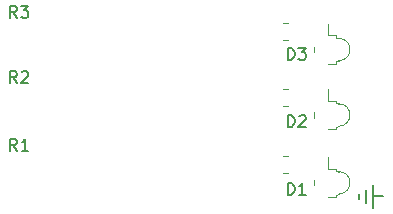
<source format=gbr>
%TF.GenerationSoftware,KiCad,Pcbnew,8.0.6*%
%TF.CreationDate,2025-01-04T22:08:09+01:00*%
%TF.ProjectId,hall-tester,68616c6c-2d74-4657-9374-65722e6b6963,rev?*%
%TF.SameCoordinates,Original*%
%TF.FileFunction,Legend,Top*%
%TF.FilePolarity,Positive*%
%FSLAX46Y46*%
G04 Gerber Fmt 4.6, Leading zero omitted, Abs format (unit mm)*
G04 Created by KiCad (PCBNEW 8.0.6) date 2025-01-04 22:08:09*
%MOMM*%
%LPD*%
G01*
G04 APERTURE LIST*
%ADD10C,0.200000*%
%ADD11C,0.150000*%
%ADD12C,0.120000*%
G04 APERTURE END LIST*
D10*
X106173019Y-73315292D02*
X106173019Y-75220054D01*
X105601590Y-73696244D02*
X105601590Y-74839101D01*
X107030161Y-74267673D02*
X106173019Y-74267673D01*
X105030161Y-74458149D02*
X105030161Y-74077197D01*
D11*
X76033333Y-59129819D02*
X75700000Y-58653628D01*
X75461905Y-59129819D02*
X75461905Y-58129819D01*
X75461905Y-58129819D02*
X75842857Y-58129819D01*
X75842857Y-58129819D02*
X75938095Y-58177438D01*
X75938095Y-58177438D02*
X75985714Y-58225057D01*
X75985714Y-58225057D02*
X76033333Y-58320295D01*
X76033333Y-58320295D02*
X76033333Y-58463152D01*
X76033333Y-58463152D02*
X75985714Y-58558390D01*
X75985714Y-58558390D02*
X75938095Y-58606009D01*
X75938095Y-58606009D02*
X75842857Y-58653628D01*
X75842857Y-58653628D02*
X75461905Y-58653628D01*
X76366667Y-58129819D02*
X76985714Y-58129819D01*
X76985714Y-58129819D02*
X76652381Y-58510771D01*
X76652381Y-58510771D02*
X76795238Y-58510771D01*
X76795238Y-58510771D02*
X76890476Y-58558390D01*
X76890476Y-58558390D02*
X76938095Y-58606009D01*
X76938095Y-58606009D02*
X76985714Y-58701247D01*
X76985714Y-58701247D02*
X76985714Y-58939342D01*
X76985714Y-58939342D02*
X76938095Y-59034580D01*
X76938095Y-59034580D02*
X76890476Y-59082200D01*
X76890476Y-59082200D02*
X76795238Y-59129819D01*
X76795238Y-59129819D02*
X76509524Y-59129819D01*
X76509524Y-59129819D02*
X76414286Y-59082200D01*
X76414286Y-59082200D02*
X76366667Y-59034580D01*
X76033333Y-64669819D02*
X75700000Y-64193628D01*
X75461905Y-64669819D02*
X75461905Y-63669819D01*
X75461905Y-63669819D02*
X75842857Y-63669819D01*
X75842857Y-63669819D02*
X75938095Y-63717438D01*
X75938095Y-63717438D02*
X75985714Y-63765057D01*
X75985714Y-63765057D02*
X76033333Y-63860295D01*
X76033333Y-63860295D02*
X76033333Y-64003152D01*
X76033333Y-64003152D02*
X75985714Y-64098390D01*
X75985714Y-64098390D02*
X75938095Y-64146009D01*
X75938095Y-64146009D02*
X75842857Y-64193628D01*
X75842857Y-64193628D02*
X75461905Y-64193628D01*
X76414286Y-63765057D02*
X76461905Y-63717438D01*
X76461905Y-63717438D02*
X76557143Y-63669819D01*
X76557143Y-63669819D02*
X76795238Y-63669819D01*
X76795238Y-63669819D02*
X76890476Y-63717438D01*
X76890476Y-63717438D02*
X76938095Y-63765057D01*
X76938095Y-63765057D02*
X76985714Y-63860295D01*
X76985714Y-63860295D02*
X76985714Y-63955533D01*
X76985714Y-63955533D02*
X76938095Y-64098390D01*
X76938095Y-64098390D02*
X76366667Y-64669819D01*
X76366667Y-64669819D02*
X76985714Y-64669819D01*
X76033333Y-70384819D02*
X75700000Y-69908628D01*
X75461905Y-70384819D02*
X75461905Y-69384819D01*
X75461905Y-69384819D02*
X75842857Y-69384819D01*
X75842857Y-69384819D02*
X75938095Y-69432438D01*
X75938095Y-69432438D02*
X75985714Y-69480057D01*
X75985714Y-69480057D02*
X76033333Y-69575295D01*
X76033333Y-69575295D02*
X76033333Y-69718152D01*
X76033333Y-69718152D02*
X75985714Y-69813390D01*
X75985714Y-69813390D02*
X75938095Y-69861009D01*
X75938095Y-69861009D02*
X75842857Y-69908628D01*
X75842857Y-69908628D02*
X75461905Y-69908628D01*
X76985714Y-70384819D02*
X76414286Y-70384819D01*
X76700000Y-70384819D02*
X76700000Y-69384819D01*
X76700000Y-69384819D02*
X76604762Y-69527676D01*
X76604762Y-69527676D02*
X76509524Y-69622914D01*
X76509524Y-69622914D02*
X76414286Y-69670533D01*
X98956905Y-62684819D02*
X98956905Y-61684819D01*
X98956905Y-61684819D02*
X99195000Y-61684819D01*
X99195000Y-61684819D02*
X99337857Y-61732438D01*
X99337857Y-61732438D02*
X99433095Y-61827676D01*
X99433095Y-61827676D02*
X99480714Y-61922914D01*
X99480714Y-61922914D02*
X99528333Y-62113390D01*
X99528333Y-62113390D02*
X99528333Y-62256247D01*
X99528333Y-62256247D02*
X99480714Y-62446723D01*
X99480714Y-62446723D02*
X99433095Y-62541961D01*
X99433095Y-62541961D02*
X99337857Y-62637200D01*
X99337857Y-62637200D02*
X99195000Y-62684819D01*
X99195000Y-62684819D02*
X98956905Y-62684819D01*
X99861667Y-61684819D02*
X100480714Y-61684819D01*
X100480714Y-61684819D02*
X100147381Y-62065771D01*
X100147381Y-62065771D02*
X100290238Y-62065771D01*
X100290238Y-62065771D02*
X100385476Y-62113390D01*
X100385476Y-62113390D02*
X100433095Y-62161009D01*
X100433095Y-62161009D02*
X100480714Y-62256247D01*
X100480714Y-62256247D02*
X100480714Y-62494342D01*
X100480714Y-62494342D02*
X100433095Y-62589580D01*
X100433095Y-62589580D02*
X100385476Y-62637200D01*
X100385476Y-62637200D02*
X100290238Y-62684819D01*
X100290238Y-62684819D02*
X100004524Y-62684819D01*
X100004524Y-62684819D02*
X99909286Y-62637200D01*
X99909286Y-62637200D02*
X99861667Y-62589580D01*
X98956905Y-68399819D02*
X98956905Y-67399819D01*
X98956905Y-67399819D02*
X99195000Y-67399819D01*
X99195000Y-67399819D02*
X99337857Y-67447438D01*
X99337857Y-67447438D02*
X99433095Y-67542676D01*
X99433095Y-67542676D02*
X99480714Y-67637914D01*
X99480714Y-67637914D02*
X99528333Y-67828390D01*
X99528333Y-67828390D02*
X99528333Y-67971247D01*
X99528333Y-67971247D02*
X99480714Y-68161723D01*
X99480714Y-68161723D02*
X99433095Y-68256961D01*
X99433095Y-68256961D02*
X99337857Y-68352200D01*
X99337857Y-68352200D02*
X99195000Y-68399819D01*
X99195000Y-68399819D02*
X98956905Y-68399819D01*
X99909286Y-67495057D02*
X99956905Y-67447438D01*
X99956905Y-67447438D02*
X100052143Y-67399819D01*
X100052143Y-67399819D02*
X100290238Y-67399819D01*
X100290238Y-67399819D02*
X100385476Y-67447438D01*
X100385476Y-67447438D02*
X100433095Y-67495057D01*
X100433095Y-67495057D02*
X100480714Y-67590295D01*
X100480714Y-67590295D02*
X100480714Y-67685533D01*
X100480714Y-67685533D02*
X100433095Y-67828390D01*
X100433095Y-67828390D02*
X99861667Y-68399819D01*
X99861667Y-68399819D02*
X100480714Y-68399819D01*
X98956905Y-74114819D02*
X98956905Y-73114819D01*
X98956905Y-73114819D02*
X99195000Y-73114819D01*
X99195000Y-73114819D02*
X99337857Y-73162438D01*
X99337857Y-73162438D02*
X99433095Y-73257676D01*
X99433095Y-73257676D02*
X99480714Y-73352914D01*
X99480714Y-73352914D02*
X99528333Y-73543390D01*
X99528333Y-73543390D02*
X99528333Y-73686247D01*
X99528333Y-73686247D02*
X99480714Y-73876723D01*
X99480714Y-73876723D02*
X99433095Y-73971961D01*
X99433095Y-73971961D02*
X99337857Y-74067200D01*
X99337857Y-74067200D02*
X99195000Y-74114819D01*
X99195000Y-74114819D02*
X98956905Y-74114819D01*
X100480714Y-74114819D02*
X99909286Y-74114819D01*
X100195000Y-74114819D02*
X100195000Y-73114819D01*
X100195000Y-73114819D02*
X100099762Y-73257676D01*
X100099762Y-73257676D02*
X100004524Y-73352914D01*
X100004524Y-73352914D02*
X99909286Y-73400533D01*
D12*
%TO.C,R3*%
X98562936Y-59590000D02*
X99017064Y-59590000D01*
X98562936Y-61060000D02*
X99017064Y-61060000D01*
%TO.C,R2*%
X98562936Y-65130000D02*
X99017064Y-65130000D01*
X98562936Y-66600000D02*
X99017064Y-66600000D01*
%TO.C,R1*%
X98562936Y-70845000D02*
X99017064Y-70845000D01*
X98562936Y-72315000D02*
X99017064Y-72315000D01*
%TO.C,D3*%
X102343000Y-60625000D02*
X102343000Y-59625000D01*
X102343000Y-60625000D02*
X103018000Y-60625000D01*
X103018000Y-60825000D02*
X103018000Y-60625000D01*
X103018000Y-60825000D02*
X103268000Y-60875000D01*
X101218000Y-61600000D02*
X101218000Y-62050000D01*
X103268000Y-62775000D02*
X103018000Y-62825000D01*
X103018000Y-63025000D02*
X103018000Y-62825000D01*
X102343000Y-63025000D02*
X103018000Y-63025000D01*
X103268000Y-60875000D02*
G75*
G02*
X103268000Y-62775000I0J-950000D01*
G01*
%TO.C,D2*%
X102343000Y-66165000D02*
X102343000Y-65165000D01*
X102343000Y-66165000D02*
X103018000Y-66165000D01*
X103018000Y-66365000D02*
X103018000Y-66165000D01*
X103018000Y-66365000D02*
X103268000Y-66415000D01*
X101218000Y-67140000D02*
X101218000Y-67590000D01*
X103268000Y-68315000D02*
X103018000Y-68365000D01*
X103018000Y-68565000D02*
X103018000Y-68365000D01*
X102343000Y-68565000D02*
X103018000Y-68565000D01*
X103268000Y-66415000D02*
G75*
G02*
X103268000Y-68315000I0J-950000D01*
G01*
%TO.C,D1*%
X102343000Y-71904000D02*
X102343000Y-70904000D01*
X102343000Y-71904000D02*
X103018000Y-71904000D01*
X103018000Y-72104000D02*
X103018000Y-71904000D01*
X103018000Y-72104000D02*
X103268000Y-72154000D01*
X101218000Y-72879000D02*
X101218000Y-73329000D01*
X103268000Y-74054000D02*
X103018000Y-74104000D01*
X103018000Y-74304000D02*
X103018000Y-74104000D01*
X102343000Y-74304000D02*
X103018000Y-74304000D01*
X103268000Y-72154000D02*
G75*
G02*
X103268000Y-74054000I0J-950000D01*
G01*
%TD*%
M02*

</source>
